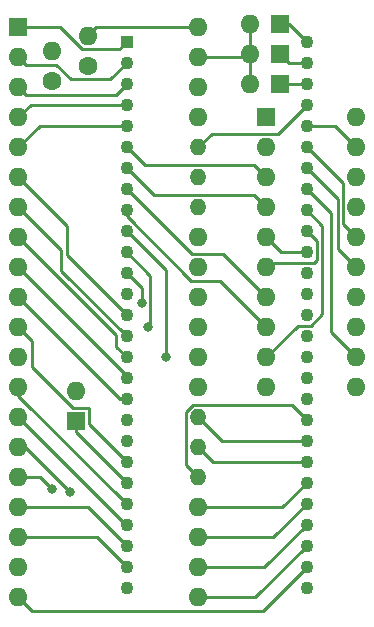
<source format=gtl>
G04 #@! TF.GenerationSoftware,KiCad,Pcbnew,(6.0.0)*
G04 #@! TF.CreationDate,2023-01-29T20:38:55-05:00*
G04 #@! TF.ProjectId,tms7000 54 pin adapter,746d7337-3030-4302-9035-342070696e20,rev?*
G04 #@! TF.SameCoordinates,Original*
G04 #@! TF.FileFunction,Copper,L1,Top*
G04 #@! TF.FilePolarity,Positive*
%FSLAX46Y46*%
G04 Gerber Fmt 4.6, Leading zero omitted, Abs format (unit mm)*
G04 Created by KiCad (PCBNEW (6.0.0)) date 2023-01-29 20:38:55*
%MOMM*%
%LPD*%
G01*
G04 APERTURE LIST*
G04 #@! TA.AperFunction,ComponentPad*
%ADD10R,1.600000X1.600000*%
G04 #@! TD*
G04 #@! TA.AperFunction,ComponentPad*
%ADD11O,1.600000X1.600000*%
G04 #@! TD*
G04 #@! TA.AperFunction,ComponentPad*
%ADD12C,1.600000*%
G04 #@! TD*
G04 #@! TA.AperFunction,ComponentPad*
%ADD13R,1.100000X1.100000*%
G04 #@! TD*
G04 #@! TA.AperFunction,ComponentPad*
%ADD14C,1.100000*%
G04 #@! TD*
G04 #@! TA.AperFunction,ComponentPad*
%ADD15O,1.400000X1.400000*%
G04 #@! TD*
G04 #@! TA.AperFunction,ViaPad*
%ADD16C,0.800000*%
G04 #@! TD*
G04 #@! TA.AperFunction,Conductor*
%ADD17C,0.250000*%
G04 #@! TD*
G04 APERTURE END LIST*
D10*
X124968000Y-81886315D03*
D11*
X124968000Y-79346315D03*
D12*
X125984000Y-51816000D03*
D11*
X125984000Y-49276000D03*
D10*
X141102000Y-56134000D03*
D11*
X141102000Y-58674000D03*
X141102000Y-61214000D03*
X141102000Y-63754000D03*
X141102000Y-66294000D03*
X141102000Y-68834000D03*
X141102000Y-71374000D03*
X141102000Y-73914000D03*
X141102000Y-76454000D03*
X141102000Y-78994000D03*
X148722000Y-78994000D03*
X148722000Y-76454000D03*
X148722000Y-73914000D03*
X148722000Y-71374000D03*
X148722000Y-68834000D03*
X148722000Y-66294000D03*
X148722000Y-63754000D03*
X148722000Y-61214000D03*
X148722000Y-58674000D03*
X148722000Y-56134000D03*
D13*
X129286000Y-49784000D03*
D14*
X129286000Y-51562000D03*
X129286000Y-53340000D03*
X129286000Y-55118000D03*
X129286000Y-56896000D03*
X129286000Y-58674000D03*
X129286000Y-60452000D03*
X129286000Y-62230000D03*
X129286000Y-64008000D03*
X129286000Y-65786000D03*
X129286000Y-67564000D03*
X129286000Y-69342000D03*
X129286000Y-71120000D03*
X129286000Y-72898000D03*
X129286000Y-74676000D03*
X129286000Y-76454000D03*
X129286000Y-78232000D03*
X129286000Y-80010000D03*
X129286000Y-81788000D03*
X129286000Y-83566000D03*
X129286000Y-85344000D03*
X129286000Y-87122000D03*
X129286000Y-88900000D03*
X129286000Y-90678000D03*
X129286000Y-92456000D03*
X129286000Y-94234000D03*
X129286000Y-96012000D03*
X144526000Y-96012000D03*
X144526000Y-94234000D03*
X144526000Y-92456000D03*
X144526000Y-90678000D03*
X144526000Y-88900000D03*
X144526000Y-87122000D03*
X144526000Y-85344000D03*
X144526000Y-83566000D03*
X144526000Y-81788000D03*
X144526000Y-80010000D03*
X144526000Y-78232000D03*
X144526000Y-76454000D03*
X144526000Y-74676000D03*
X144526000Y-72898000D03*
X144526000Y-71120000D03*
X144526000Y-69342000D03*
X144526000Y-67564000D03*
X144526000Y-65786000D03*
X144526000Y-64008000D03*
X144526000Y-62230000D03*
X144526000Y-60452000D03*
X144526000Y-58674000D03*
X144526000Y-56896000D03*
X144526000Y-55118000D03*
X144526000Y-53340000D03*
X144526000Y-51562000D03*
X144526000Y-49784000D03*
D10*
X120116000Y-48531500D03*
D11*
X120116000Y-51071500D03*
X120116000Y-53611500D03*
X120116000Y-56151500D03*
X120116000Y-58691500D03*
X120116000Y-61231500D03*
X120116000Y-63771500D03*
X120116000Y-66311500D03*
X120116000Y-68851500D03*
X120116000Y-71391500D03*
X120116000Y-73931500D03*
X120116000Y-76471500D03*
X120116000Y-79011500D03*
X120116000Y-81551500D03*
X120116000Y-84091500D03*
X120116000Y-86631500D03*
X120116000Y-89171500D03*
X120116000Y-91711500D03*
X120116000Y-94251500D03*
X120116000Y-96791500D03*
X135356000Y-96791500D03*
X135356000Y-94251500D03*
X135356000Y-91711500D03*
X135356000Y-89171500D03*
D15*
X135356000Y-86631500D03*
X135356000Y-84091500D03*
X135356000Y-81551500D03*
D11*
X135356000Y-79011500D03*
X135356000Y-76471500D03*
X135356000Y-73931500D03*
X135356000Y-71391500D03*
X135356000Y-68851500D03*
X135356000Y-66311500D03*
D15*
X135356000Y-63771500D03*
X135356000Y-61231500D03*
X135356000Y-58691500D03*
D11*
X135356000Y-56151500D03*
X135356000Y-53611500D03*
X135356000Y-51071500D03*
X135356000Y-48531500D03*
D12*
X122936000Y-53115000D03*
D11*
X122936000Y-50575000D03*
D10*
X142240000Y-50800000D03*
D11*
X139700000Y-50800000D03*
D10*
X142240000Y-48260000D03*
D11*
X139700000Y-48260000D03*
D10*
X142240000Y-53340000D03*
D11*
X139700000Y-53340000D03*
D16*
X124460000Y-87884000D03*
X122936000Y-87630000D03*
X131064000Y-73914000D03*
X132588000Y-76454000D03*
X130556000Y-71882000D03*
D17*
X123649200Y-48531500D02*
X120116000Y-48531500D01*
X129286000Y-49784000D02*
X128669489Y-50400511D01*
X128669489Y-50400511D02*
X125518211Y-50400511D01*
X125518211Y-50400511D02*
X123649200Y-48531500D01*
X129286000Y-53340000D02*
X128386489Y-54239511D01*
X128386489Y-54239511D02*
X120744011Y-54239511D01*
X120744011Y-54239511D02*
X120116000Y-53611500D01*
X121911500Y-56896000D02*
X120116000Y-58691500D01*
X129286000Y-56896000D02*
X121911500Y-56896000D01*
X139700000Y-53340000D02*
X139700000Y-50800000D01*
X135356000Y-51071500D02*
X139428500Y-51071500D01*
X139428500Y-51071500D02*
X139700000Y-50800000D01*
X139700000Y-50800000D02*
X139700000Y-48260000D01*
X123327511Y-51699511D02*
X120744011Y-51699511D01*
X120744011Y-51699511D02*
X120116000Y-51071500D01*
X129286000Y-51562000D02*
X127907489Y-52940511D01*
X124568511Y-52940511D02*
X123327511Y-51699511D01*
X127907489Y-52940511D02*
X124568511Y-52940511D01*
X121149500Y-55118000D02*
X120116000Y-56151500D01*
X129286000Y-55118000D02*
X121149500Y-55118000D01*
X126728500Y-48531500D02*
X135356000Y-48531500D01*
X125984000Y-49276000D02*
X126728500Y-48531500D01*
X123756480Y-67411980D02*
X123756480Y-69146480D01*
X120116000Y-63771500D02*
X123756480Y-67411980D01*
X123756480Y-69146480D02*
X129286000Y-74676000D01*
X120116000Y-68851500D02*
X129286000Y-78021500D01*
X129286000Y-78021500D02*
X129286000Y-78232000D01*
X126092511Y-82150511D02*
X126092511Y-80761804D01*
X121240511Y-77298511D02*
X121240511Y-75056011D01*
X124703804Y-80761804D02*
X121240511Y-77298511D01*
X121240511Y-75056011D02*
X120116000Y-73931500D01*
X129286000Y-85344000D02*
X126092511Y-82150511D01*
X126092511Y-80761804D02*
X124703804Y-80761804D01*
X120116000Y-79011500D02*
X120116000Y-79730000D01*
X120116000Y-79730000D02*
X129286000Y-88900000D01*
X124460000Y-87884000D02*
X120667500Y-84091500D01*
X120667500Y-84091500D02*
X120116000Y-84091500D01*
X120116000Y-61231500D02*
X124206000Y-65321500D01*
X124206000Y-65321500D02*
X124206000Y-67818000D01*
X124206000Y-67818000D02*
X129286000Y-72898000D01*
X120116000Y-66311500D02*
X128411489Y-74606989D01*
X128411489Y-74606989D02*
X128411489Y-75579489D01*
X128411489Y-75579489D02*
X129286000Y-76454000D01*
X120116000Y-71391500D02*
X128734500Y-80010000D01*
X128734500Y-80010000D02*
X129286000Y-80010000D01*
X129242500Y-90678000D02*
X129286000Y-90678000D01*
X120116000Y-81551500D02*
X129242500Y-90678000D01*
X120116000Y-89171500D02*
X126001500Y-89171500D01*
X126001500Y-89171500D02*
X129286000Y-92456000D01*
X135356000Y-94251500D02*
X140952500Y-94251500D01*
X140952500Y-94251500D02*
X144526000Y-90678000D01*
X142476500Y-89171500D02*
X144526000Y-87122000D01*
X135356000Y-89171500D02*
X142476500Y-89171500D01*
X135356000Y-84091500D02*
X136608500Y-85344000D01*
X136608500Y-85344000D02*
X144526000Y-85344000D01*
X120116000Y-86631500D02*
X121937500Y-86631500D01*
X121937500Y-86631500D02*
X122936000Y-87630000D01*
X120116000Y-91711500D02*
X126763500Y-91711500D01*
X126763500Y-91711500D02*
X129286000Y-94234000D01*
X144526000Y-94234000D02*
X140843989Y-97916011D01*
X140843989Y-97916011D02*
X121240511Y-97916011D01*
X121240511Y-97916011D02*
X120116000Y-96791500D01*
X140190500Y-96791500D02*
X144526000Y-92456000D01*
X135356000Y-96791500D02*
X140190500Y-96791500D01*
X135356000Y-91711500D02*
X141714500Y-91711500D01*
X141714500Y-91711500D02*
X144526000Y-88900000D01*
X143264989Y-80526989D02*
X134865011Y-80526989D01*
X134331489Y-85606989D02*
X135356000Y-86631500D01*
X134331489Y-81060511D02*
X134331489Y-85606989D01*
X134865011Y-80526989D02*
X134331489Y-81060511D01*
X144526000Y-81788000D02*
X143264989Y-80526989D01*
X137370500Y-83566000D02*
X144526000Y-83566000D01*
X135356000Y-81551500D02*
X137370500Y-83566000D01*
X142094511Y-57549489D02*
X144526000Y-55118000D01*
X135356000Y-58691500D02*
X136498011Y-57549489D01*
X136498011Y-57549489D02*
X142094511Y-57549489D01*
X144526000Y-49784000D02*
X143002000Y-48260000D01*
X143002000Y-48260000D02*
X142240000Y-48260000D01*
X143002000Y-51562000D02*
X142240000Y-50800000D01*
X144526000Y-51562000D02*
X143002000Y-51562000D01*
X144526000Y-53340000D02*
X142240000Y-53340000D01*
X124968000Y-82804000D02*
X124968000Y-81886315D01*
X129286000Y-87122000D02*
X124968000Y-82804000D01*
X144526000Y-67564000D02*
X142372000Y-67564000D01*
X142372000Y-67564000D02*
X141102000Y-66294000D01*
X145400511Y-66660511D02*
X145400511Y-68213489D01*
X144526000Y-65786000D02*
X145400511Y-66660511D01*
X141468511Y-68467489D02*
X141102000Y-68834000D01*
X145400511Y-68213489D02*
X145146511Y-68467489D01*
X145146511Y-68467489D02*
X141468511Y-68467489D01*
X143754511Y-73801489D02*
X141102000Y-76454000D01*
X145850031Y-65332031D02*
X145850031Y-72839693D01*
X144526000Y-64008000D02*
X145850031Y-65332031D01*
X145850031Y-72839693D02*
X144888235Y-73801489D01*
X144888235Y-73801489D02*
X143754511Y-73801489D01*
X148722000Y-76454000D02*
X146558000Y-74290000D01*
X146558000Y-74290000D02*
X146558000Y-64262000D01*
X146558000Y-64262000D02*
X144526000Y-62230000D01*
X129286000Y-60452000D02*
X131580989Y-62746989D01*
X140094989Y-62746989D02*
X141102000Y-63754000D01*
X131580989Y-62746989D02*
X140094989Y-62746989D01*
X137164011Y-69976011D02*
X134746011Y-69976011D01*
X141102000Y-73914000D02*
X137164011Y-69976011D01*
X134746011Y-69976011D02*
X129286000Y-64516000D01*
X129286000Y-64516000D02*
X129286000Y-64008000D01*
X131280511Y-73697489D02*
X131280511Y-69558511D01*
X131280511Y-69558511D02*
X129286000Y-67564000D01*
X131064000Y-73914000D02*
X131280511Y-73697489D01*
X147147969Y-67259969D02*
X147147969Y-63073969D01*
X148722000Y-68834000D02*
X147147969Y-67259969D01*
X147147969Y-63073969D02*
X144526000Y-60452000D01*
X148722000Y-66294000D02*
X147597489Y-65169489D01*
X147597489Y-65169489D02*
X147597489Y-61745489D01*
X147597489Y-61745489D02*
X144526000Y-58674000D01*
X144526000Y-56896000D02*
X146944000Y-56896000D01*
X146944000Y-56896000D02*
X148722000Y-58674000D01*
X140094989Y-60206989D02*
X141102000Y-61214000D01*
X129286000Y-58674000D02*
X130818989Y-60206989D01*
X130818989Y-60206989D02*
X140094989Y-60206989D01*
X137454989Y-67726989D02*
X134782989Y-67726989D01*
X141102000Y-71374000D02*
X137454989Y-67726989D01*
X134782989Y-67726989D02*
X129286000Y-62230000D01*
X132588000Y-69088000D02*
X129286000Y-65786000D01*
X132588000Y-76454000D02*
X132588000Y-69088000D01*
X130556000Y-71882000D02*
X130556000Y-70612000D01*
X130556000Y-70612000D02*
X129286000Y-69342000D01*
M02*

</source>
